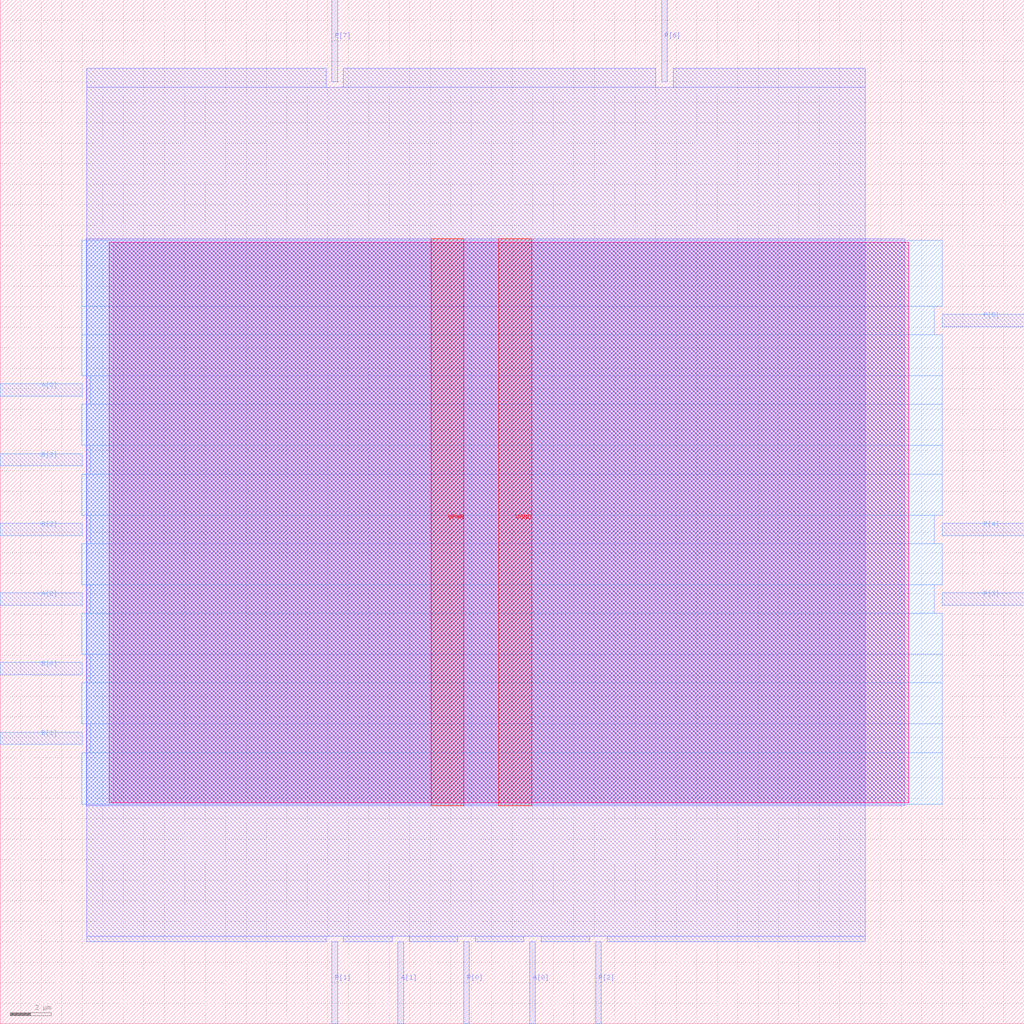
<source format=lef>
VERSION 5.7 ;
  NOWIREEXTENSIONATPIN ON ;
  DIVIDERCHAR "/" ;
  BUSBITCHARS "[]" ;
MACRO mult4_SARSA_RUIDO_e9_SARSA_RUIDO_e9_SarsaNStepsRuido_e9_SARSA_RUIDO_e9
  CLASS BLOCK ;
  FOREIGN mult4_SARSA_RUIDO_e9_SARSA_RUIDO_e9_SarsaNStepsRuido_e9_SARSA_RUIDO_e9 ;
  ORIGIN 0.000 0.000 ;
  SIZE 50.000 BY 50.000 ;
  PIN A[0]
    DIRECTION INPUT ;
    USE SIGNAL ;
    ANTENNAGATEAREA 0.213000 ;
    PORT
      LAYER met2 ;
        RECT 25.850 0.000 26.130 4.000 ;
    END
  END A[0]
  PIN A[1]
    DIRECTION INPUT ;
    USE SIGNAL ;
    ANTENNAGATEAREA 0.126000 ;
    PORT
      LAYER met2 ;
        RECT 19.410 0.000 19.690 4.000 ;
    END
  END A[1]
  PIN A[2]
    DIRECTION INPUT ;
    USE SIGNAL ;
    ANTENNAGATEAREA 0.213000 ;
    PORT
      LAYER met3 ;
        RECT 0.000 20.440 4.000 21.040 ;
    END
  END A[2]
  PIN A[3]
    DIRECTION INPUT ;
    USE SIGNAL ;
    ANTENNAGATEAREA 0.126000 ;
    PORT
      LAYER met3 ;
        RECT 0.000 30.640 4.000 31.240 ;
    END
  END A[3]
  PIN B[0]
    DIRECTION INPUT ;
    USE SIGNAL ;
    ANTENNAGATEAREA 0.196500 ;
    PORT
      LAYER met3 ;
        RECT 0.000 17.040 4.000 17.640 ;
    END
  END B[0]
  PIN B[1]
    DIRECTION INPUT ;
    USE SIGNAL ;
    ANTENNAGATEAREA 0.126000 ;
    PORT
      LAYER met3 ;
        RECT 0.000 13.640 4.000 14.240 ;
    END
  END B[1]
  PIN B[2]
    DIRECTION INPUT ;
    USE SIGNAL ;
    ANTENNAGATEAREA 0.126000 ;
    PORT
      LAYER met3 ;
        RECT 0.000 23.840 4.000 24.440 ;
    END
  END B[2]
  PIN B[3]
    DIRECTION INPUT ;
    USE SIGNAL ;
    ANTENNAGATEAREA 0.126000 ;
    PORT
      LAYER met3 ;
        RECT 0.000 27.240 4.000 27.840 ;
    END
  END B[3]
  PIN P[0]
    DIRECTION OUTPUT ;
    USE SIGNAL ;
    ANTENNADIFFAREA 0.445500 ;
    PORT
      LAYER met2 ;
        RECT 22.630 0.000 22.910 4.000 ;
    END
  END P[0]
  PIN P[1]
    DIRECTION OUTPUT ;
    USE SIGNAL ;
    ANTENNADIFFAREA 0.445500 ;
    PORT
      LAYER met2 ;
        RECT 16.190 0.000 16.470 4.000 ;
    END
  END P[1]
  PIN P[2]
    DIRECTION OUTPUT ;
    USE SIGNAL ;
    ANTENNADIFFAREA 0.445500 ;
    PORT
      LAYER met2 ;
        RECT 29.070 0.000 29.350 4.000 ;
    END
  END P[2]
  PIN P[3]
    DIRECTION OUTPUT ;
    USE SIGNAL ;
    ANTENNADIFFAREA 0.445500 ;
    PORT
      LAYER met3 ;
        RECT 46.000 20.440 50.000 21.040 ;
    END
  END P[3]
  PIN P[4]
    DIRECTION OUTPUT ;
    USE SIGNAL ;
    ANTENNADIFFAREA 0.445500 ;
    PORT
      LAYER met3 ;
        RECT 46.000 23.840 50.000 24.440 ;
    END
  END P[4]
  PIN P[5]
    DIRECTION OUTPUT ;
    USE SIGNAL ;
    ANTENNADIFFAREA 0.445500 ;
    PORT
      LAYER met3 ;
        RECT 46.000 34.040 50.000 34.640 ;
    END
  END P[5]
  PIN P[6]
    DIRECTION OUTPUT ;
    USE SIGNAL ;
    ANTENNADIFFAREA 0.445500 ;
    PORT
      LAYER met2 ;
        RECT 32.290 46.000 32.570 50.000 ;
    END
  END P[6]
  PIN P[7]
    DIRECTION OUTPUT ;
    USE SIGNAL ;
    ANTENNADIFFAREA 0.445500 ;
    PORT
      LAYER met2 ;
        RECT 16.190 46.000 16.470 50.000 ;
    END
  END P[7]
  PIN VGND
    DIRECTION INOUT ;
    USE GROUND ;
    PORT
      LAYER met4 ;
        RECT 24.340 10.640 25.940 38.320 ;
    END
  END VGND
  PIN VPWR
    DIRECTION INOUT ;
    USE POWER ;
    PORT
      LAYER met4 ;
        RECT 21.040 10.640 22.640 38.320 ;
    END
  END VPWR
  OBS
      LAYER nwell ;
        RECT 5.330 10.795 44.350 38.165 ;
      LAYER li1 ;
        RECT 5.520 10.795 44.160 38.165 ;
      LAYER met1 ;
        RECT 4.210 10.640 44.160 38.320 ;
      LAYER met2 ;
        RECT 4.230 45.720 15.910 46.650 ;
        RECT 16.750 45.720 32.010 46.650 ;
        RECT 32.850 45.720 42.230 46.650 ;
        RECT 4.230 4.280 42.230 45.720 ;
        RECT 4.230 4.000 15.910 4.280 ;
        RECT 16.750 4.000 19.130 4.280 ;
        RECT 19.970 4.000 22.350 4.280 ;
        RECT 23.190 4.000 25.570 4.280 ;
        RECT 26.410 4.000 28.790 4.280 ;
        RECT 29.630 4.000 42.230 4.280 ;
      LAYER met3 ;
        RECT 3.990 35.040 46.000 38.245 ;
        RECT 3.990 33.640 45.600 35.040 ;
        RECT 3.990 31.640 46.000 33.640 ;
        RECT 4.400 30.240 46.000 31.640 ;
        RECT 3.990 28.240 46.000 30.240 ;
        RECT 4.400 26.840 46.000 28.240 ;
        RECT 3.990 24.840 46.000 26.840 ;
        RECT 4.400 23.440 45.600 24.840 ;
        RECT 3.990 21.440 46.000 23.440 ;
        RECT 4.400 20.040 45.600 21.440 ;
        RECT 3.990 18.040 46.000 20.040 ;
        RECT 4.400 16.640 46.000 18.040 ;
        RECT 3.990 14.640 46.000 16.640 ;
        RECT 4.400 13.240 46.000 14.640 ;
        RECT 3.990 10.715 46.000 13.240 ;
  END
END mult4_SARSA_RUIDO_e9_SARSA_RUIDO_e9_SarsaNStepsRuido_e9_SARSA_RUIDO_e9
END LIBRARY


</source>
